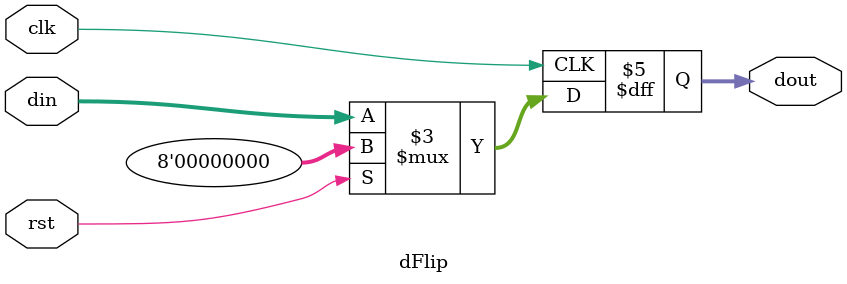
<source format=v>
module dFlip(clk,rst,din,dout);
input clk,rst;
input [7:0] din;
output reg [7:0] dout;
always @ (negedge clk)
begin
if(rst)
 dout <= 8'b0;
else
 dout <= din;
end
endmodule


</source>
